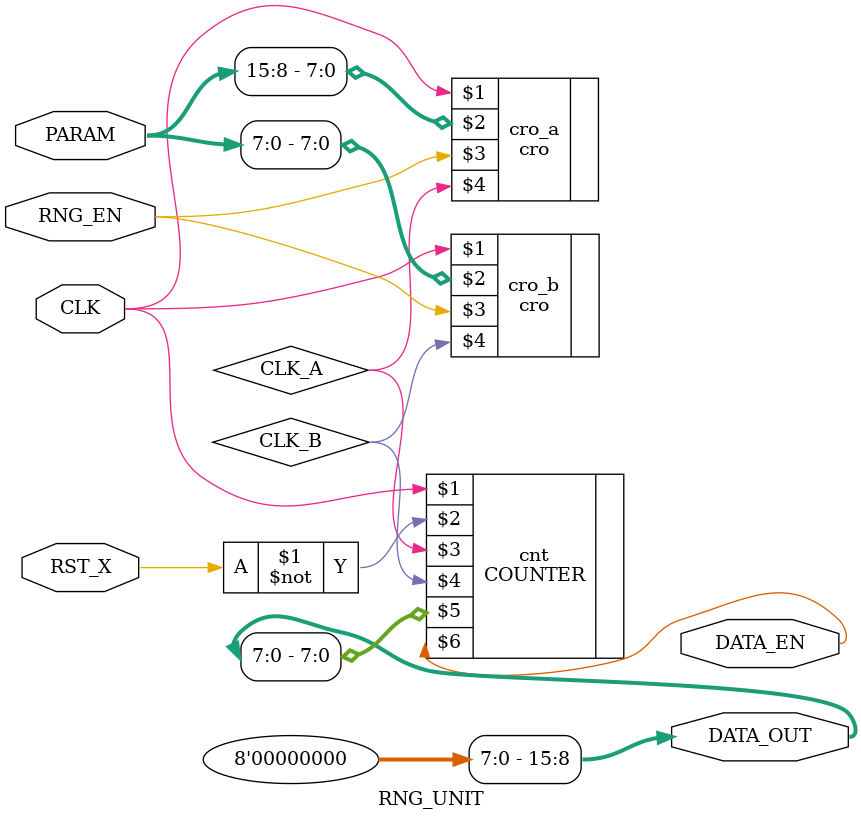
<source format=sv>

module RNG_UNIT (
    input  logic         CLK, RST_X,
    input  logic         RNG_EN,
    input  logic [31: 0] PARAM,
    output logic [15: 0] DATA_OUT,
    output logic         DATA_EN);

    assign DATA_OUT[15: 8] = 8'h00;

    logic CLK_A, CLK_B;

    (* RLOC_ORIGIN = "X40Y80" *)
    cro cro_a (CLK, PARAM[15: 8], RNG_EN, CLK_A);
    (* RLOC_ORIGIN = "X44Y80" *)
    cro cro_b (CLK, PARAM[ 7: 0], RNG_EN, CLK_B);

    COUNTER cnt (CLK, ~RST_X, CLK_A, CLK_B, DATA_OUT[7:0], DATA_EN);

endmodule
</source>
